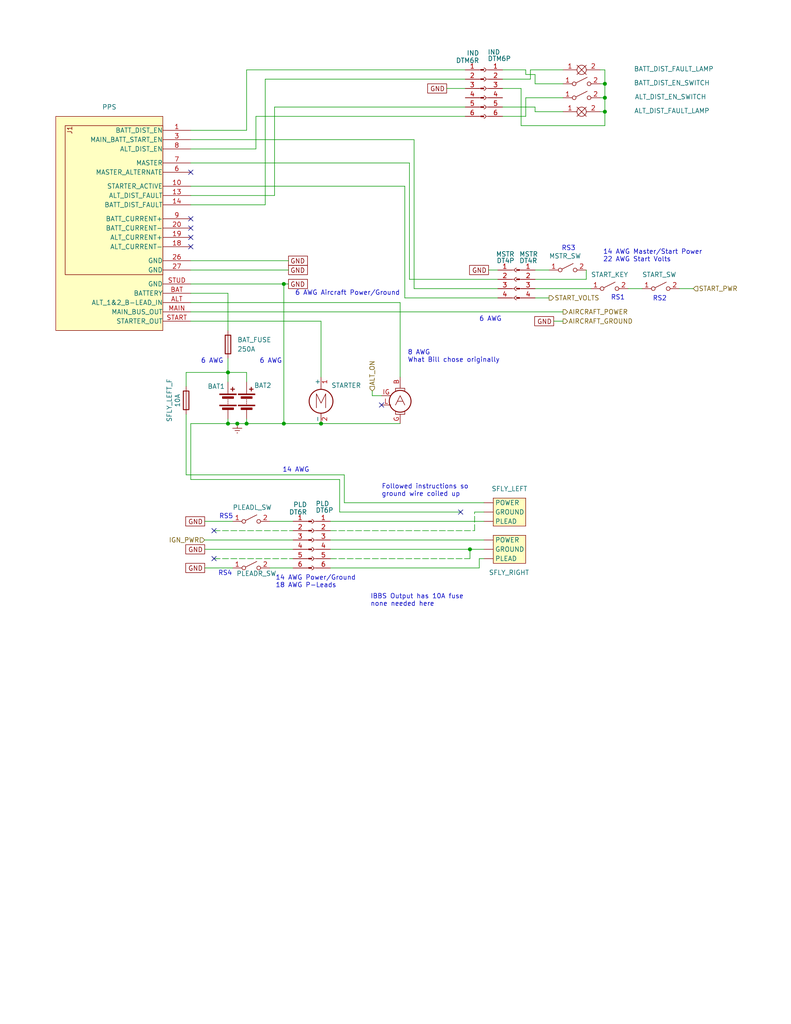
<source format=kicad_sch>
(kicad_sch (version 20250114) (generator "eeschema") (generator_version "9.0")
  (paper "A" portrait)
  (title_block (title "Lycoming") (date "2025-12-20") (rev "1.2.11") (company "N78HR"))
  (lib_symbols
    (symbol "Connector:Conn_01x04_Pin" (pin_names (offset 1.016) (hide yes))
      (property "Reference" "J" (at 0 5.08 0))
      (property "Value" "Conn_01x04_Pin" (at 0 -7.62 0))
      (symbol "Conn_01x04_Pin_1_1"
        (rectangle (start 0.8636 2.667) (end 0 2.413) (stroke (width 0.1524)) (fill (type outline)))
        (rectangle (start 0.8636 0.127) (end 0 -0.127) (stroke (width 0.1524)) (fill (type outline)))
        (rectangle (start 0.8636 -2.413) (end 0 -2.667) (stroke (width 0.1524)) (fill (type outline)))
        (rectangle (start 0.8636 -4.953) (end 0 -5.207) (stroke (width 0.1524)) (fill (type outline)))
        (polyline (pts (xy 1.27 2.54) (xy 0.8636 2.54)) (stroke (width 0.1524)))
        (polyline (pts (xy 1.27 0) (xy 0.8636 0)) (stroke (width 0.1524)))
        (polyline (pts (xy 1.27 -2.54) (xy 0.8636 -2.54)) (stroke (width 0.1524)))
        (polyline (pts (xy 1.27 -5.08) (xy 0.8636 -5.08)) (stroke (width 0.1524)))
        (pin passive line (at 5.08 2.54 180) (length 3.81) (name "Pin_1") (number "1"))
        (pin passive line (at 5.08 0 180) (length 3.81) (name "Pin_2") (number "2"))
        (pin passive line (at 5.08 -2.54 180) (length 3.81) (name "Pin_3") (number "3"))
        (pin passive line (at 5.08 -5.08 180) (length 3.81) (name "Pin_4") (number "4"))
      )
    )
    (symbol "Connector:Conn_01x04_Socket" (pin_names (offset 1.016) (hide yes))
      (property "Reference" "J" (at 0 5.08 0))
      (property "Value" "Conn_01x04_Socket" (at 0 -7.62 0))
      (symbol "Conn_01x04_Socket_1_1"
        (polyline (pts (xy -1.27 2.54) (xy -0.508 2.54)) (stroke (width 0.1524)))
        (polyline (pts (xy -1.27 0) (xy -0.508 0)) (stroke (width 0.1524)))
        (polyline (pts (xy -1.27 -2.54) (xy -0.508 -2.54)) (stroke (width 0.1524)))
        (polyline (pts (xy -1.27 -5.08) (xy -0.508 -5.08)) (stroke (width 0.1524)))
        (arc (start 0 2.032) (mid -0.5058 2.54) (end 0 3.048) (stroke (width 0.1524)))
        (arc (start 0 -0.508) (mid -0.5058 0) (end 0 0.508) (stroke (width 0.1524)))
        (arc (start 0 -3.048) (mid -0.5058 -2.54) (end 0 -2.032) (stroke (width 0.1524)))
        (arc (start 0 -5.588) (mid -0.5058 -5.08) (end 0 -4.572) (stroke (width 0.1524)))
        (pin passive line (at -5.08 2.54 0) (length 3.81) (name "Pin_1") (number "1"))
        (pin passive line (at -5.08 0 0) (length 3.81) (name "Pin_2") (number "2"))
        (pin passive line (at -5.08 -2.54 0) (length 3.81) (name "Pin_3") (number "3"))
        (pin passive line (at -5.08 -5.08 0) (length 3.81) (name "Pin_4") (number "4"))
      )
    )
    (symbol "Connector:Conn_01x06_Pin" (pin_names (offset 1.016) (hide yes))
      (property "Reference" "J" (at 0 7.62 0))
      (property "Value" "Conn_01x06_Pin" (at 0 -10.16 0))
      (symbol "Conn_01x06_Pin_1_1"
        (rectangle (start 0.8636 5.207) (end 0 4.953) (stroke (width 0.1524)) (fill (type outline)))
        (rectangle (start 0.8636 2.667) (end 0 2.413) (stroke (width 0.1524)) (fill (type outline)))
        (rectangle (start 0.8636 0.127) (end 0 -0.127) (stroke (width 0.1524)) (fill (type outline)))
        (rectangle (start 0.8636 -2.413) (end 0 -2.667) (stroke (width 0.1524)) (fill (type outline)))
        (rectangle (start 0.8636 -4.953) (end 0 -5.207) (stroke (width 0.1524)) (fill (type outline)))
        (rectangle (start 0.8636 -7.493) (end 0 -7.747) (stroke (width 0.1524)) (fill (type outline)))
        (polyline (pts (xy 1.27 5.08) (xy 0.8636 5.08)) (stroke (width 0.1524)))
        (polyline (pts (xy 1.27 2.54) (xy 0.8636 2.54)) (stroke (width 0.1524)))
        (polyline (pts (xy 1.27 0) (xy 0.8636 0)) (stroke (width 0.1524)))
        (polyline (pts (xy 1.27 -2.54) (xy 0.8636 -2.54)) (stroke (width 0.1524)))
        (polyline (pts (xy 1.27 -5.08) (xy 0.8636 -5.08)) (stroke (width 0.1524)))
        (polyline (pts (xy 1.27 -7.62) (xy 0.8636 -7.62)) (stroke (width 0.1524)))
        (pin passive line (at 5.08 5.08 180) (length 3.81) (name "Pin_1") (number "1"))
        (pin passive line (at 5.08 2.54 180) (length 3.81) (name "Pin_2") (number "2"))
        (pin passive line (at 5.08 0 180) (length 3.81) (name "Pin_3") (number "3"))
        (pin passive line (at 5.08 -2.54 180) (length 3.81) (name "Pin_4") (number "4"))
        (pin passive line (at 5.08 -5.08 180) (length 3.81) (name "Pin_5") (number "5"))
        (pin passive line (at 5.08 -7.62 180) (length 3.81) (name "Pin_6") (number "6"))
      )
    )
    (symbol "Connector:Conn_01x06_Socket" (pin_names (offset 1.016) (hide yes))
      (property "Reference" "J" (at 0 7.62 0))
      (property "Value" "Conn_01x06_Socket" (at 0 -10.16 0))
      (symbol "Conn_01x06_Socket_1_1"
        (polyline (pts (xy -1.27 5.08) (xy -0.508 5.08)) (stroke (width 0.1524)))
        (polyline (pts (xy -1.27 2.54) (xy -0.508 2.54)) (stroke (width 0.1524)))
        (polyline (pts (xy -1.27 0) (xy -0.508 0)) (stroke (width 0.1524)))
        (polyline (pts (xy -1.27 -2.54) (xy -0.508 -2.54)) (stroke (width 0.1524)))
        (polyline (pts (xy -1.27 -5.08) (xy -0.508 -5.08)) (stroke (width 0.1524)))
        (polyline (pts (xy -1.27 -7.62) (xy -0.508 -7.62)) (stroke (width 0.1524)))
        (arc (start 0 4.572) (mid -0.5058 5.08) (end 0 5.588) (stroke (width 0.1524)))
        (arc (start 0 2.032) (mid -0.5058 2.54) (end 0 3.048) (stroke (width 0.1524)))
        (arc (start 0 -0.508) (mid -0.5058 0) (end 0 0.508) (stroke (width 0.1524)))
        (arc (start 0 -3.048) (mid -0.5058 -2.54) (end 0 -2.032) (stroke (width 0.1524)))
        (arc (start 0 -5.588) (mid -0.5058 -5.08) (end 0 -4.572) (stroke (width 0.1524)))
        (arc (start 0 -8.128) (mid -0.5058 -7.62) (end 0 -7.112) (stroke (width 0.1524)))
        (pin passive line (at -5.08 5.08 0) (length 3.81) (name "Pin_1") (number "1"))
        (pin passive line (at -5.08 2.54 0) (length 3.81) (name "Pin_2") (number "2"))
        (pin passive line (at -5.08 0 0) (length 3.81) (name "Pin_3") (number "3"))
        (pin passive line (at -5.08 -2.54 0) (length 3.81) (name "Pin_4") (number "4"))
        (pin passive line (at -5.08 -5.08 0) (length 3.81) (name "Pin_5") (number "5"))
        (pin passive line (at -5.08 -7.62 0) (length 3.81) (name "Pin_6") (number "6"))
      )
    )
    (symbol "Device:Battery" (pin_numbers (hide yes)) (pin_names (offset 0) (hide yes))
      (property "Reference" "BT" (at 2.54 2.54 0))
      (property "Value" "Battery" (at 2.54 0 0))
      (symbol "Battery_0_1"
        (rectangle (start -2.286 1.778) (end 2.286 1.524) (fill (type outline)))
        (rectangle (start -2.286 -1.27) (end 2.286 -1.524) (fill (type outline)))
        (rectangle (start -1.524 1.016) (end 1.524 0.508) (fill (type outline)))
        (rectangle (start -1.524 -2.032) (end 1.524 -2.54) (fill (type outline)))
        (polyline (pts (xy 0 1.778) (xy 0 2.54)))
        (polyline (pts (xy 0 0) (xy 0 0.254)))
        (polyline (pts (xy 0 -0.508) (xy 0 -0.254)))
        (polyline (pts (xy 0 -1.016) (xy 0 -0.762)))
        (polyline (pts (xy 0.762 3.048) (xy 1.778 3.048)) (stroke (width 0.254)))
        (polyline (pts (xy 1.27 3.556) (xy 1.27 2.54)) (stroke (width 0.254)))
      )
      (symbol "Battery_1_1"
        (pin passive line (at 0 5.08 270) (length 2.54) (name "+") (number "1"))
        (pin passive line (at 0 -5.08 90) (length 2.54) (name "-") (number "2"))
      )
    )
    (symbol "Device:Fuse" (pin_numbers (hide yes)) (pin_names (offset 0))
      (property "Reference" "F" (at 2.032 0 90))
      (property "Value" "Fuse" (at -1.905 0 90))
      (symbol "Fuse_0_1"
        (rectangle (start -0.762 -2.54) (end 0.762 2.54) (stroke (width 0.254)))
        (polyline (pts (xy 0 2.54) (xy 0 -2.54)))
      )
      (symbol "Fuse_1_1"
        (pin passive line (at 0 3.81 270) (length 1.27) (name "~") (number "1"))
        (pin passive line (at 0 -3.81 90) (length 1.27) (name "~") (number "2"))
      )
    )
    (symbol "Motor:Motor_DC" (pin_names (offset 0))
      (property "Reference" "M" (at 2.54 2.54 0))
      (property "Value" "Motor_DC" (at 2.54 -5.08 0))
      (symbol "Motor_DC_0_0"
        (polyline (pts (xy -1.27 -3.302) (xy -1.27 0.508) (xy 0 -2.032) (xy 1.27 0.508) (xy 1.27 -3.302)))
      )
      (symbol "Motor_DC_0_1"
        (polyline (pts (xy 0 2.032) (xy 0 2.54)))
        (polyline (pts (xy 0 1.7272) (xy 0 2.0828)))
        (circle (center 0 -1.524) (radius 3.2512) (stroke (width 0.254)))
        (polyline (pts (xy 0 -4.7752) (xy 0 -5.1816)))
        (polyline (pts (xy 0 -7.62) (xy 0 -7.112)))
      )
      (symbol "Motor_DC_1_1"
        (pin passive line (at 0 5.08 270) (length 2.54) (name "+") (number "1"))
        (pin passive line (at 0 -7.62 90) (length 2.54) (name "-") (number "2"))
      )
    )
    (symbol "SureFly_SIM_1"
      (property "Reference" "SureFly_SIM" (at 5.588 1.27 0))
      (symbol "SureFly_SIM_1_1_1"
        (rectangle (start 0 0) (end 8.89 -7.62) (fill (type background)))
        (pin power_in line (at 11.43 -1.27 180) (length 2.54) (name "POWER") (number ""))
        (pin passive line (at 11.43 -3.81 180) (length 2.54) (name "GROUND") (number ""))
        (pin passive line (at 11.43 -6.35 180) (length 2.54) (name "PLEAD") (number ""))
      )
    )
    (symbol "Switch:SW_SPST" (pin_names (offset 0) (hide yes))
      (property "Reference" "SW" (at 0 3.175 0))
      (property "Value" "SW_SPST" (at 0 -2.54 0))
      (symbol "SW_SPST_0_0"
        (circle (center -2.032 0) (radius 0.508))
        (polyline (pts (xy -1.524 0.254) (xy 1.524 1.778)))
        (circle (center 2.032 0) (radius 0.508))
      )
      (symbol "SW_SPST_1_1"
        (pin passive line (at -5.08 0 0) (length 2.54) (name "A") (number "1"))
        (pin passive line (at 5.08 0 180) (length 2.54) (name "B") (number "2"))
      )
    )
    (symbol "flyerx:Alternator_Regulated" (pin_names (offset 0))
      (property "Reference" "A" (at 2.54 2.54 0))
      (property "Value" "Alternator_Regulated" (at 2.54 -5.08 0))
      (symbol "Alternator_Regulated_0_0"
        (polyline (pts (xy -1.27 1.27) (xy -1.27 2.032) (xy 1.27 2.032) (xy 1.27 1.27)))
        (polyline (pts (xy -1.27 -4.318) (xy -1.27 -5.08) (xy 1.27 -5.08) (xy 1.27 -4.318)))
        (circle (center 0 -1.524) (radius 2.9718) (stroke (width 0.254)))
      )
      (symbol "Alternator_Regulated_0_1"
        (polyline (pts (xy -1.27 -2.54) (xy 0 0) (xy 1.27 -2.54)))
        (polyline (pts (xy -0.762 -1.524) (xy 0.762 -1.524)))
        (polyline (pts (xy 0 2.032) (xy 0 2.54)))
      )
      (symbol "Alternator_Regulated_1_1"
        (pin power_in line (at -5.08 0 0) (length 2.54) (name "") (number "IG"))
        (pin power_out line (at -5.08 -2.54 0) (length 2.54) (name "") (number "L"))
        (pin power_out line (at 0 5.08 270) (length 2.54) (name "") (number "B"))
        (pin passive line (at 0 -7.62 90) (length 2.54) (name "") (number "G"))
      )
    )
    (symbol "flyerx:Bulb"
      (property "Reference" "B" (at 1.27 1.27 0))
      (symbol "Bulb_0_1"
        (polyline (pts (xy 0 0) (xy 2.54 -2.54)))
        (polyline (pts (xy 0 -2.54) (xy 2.54 0)))
        (circle (center 1.27 -1.27) (radius 1.27))
      )
      (symbol "Bulb_1_1"
        (pin passive line (at -3.81 -1.27 0) (length 3.81) (name "") (number "1"))
        (pin passive line (at 6.35 -1.27 180) (length 3.81) (name "") (number "2"))
      )
    )
    (symbol "flyerx:SureFly_SIM"
      (property "Reference" "SureFly_SIM" (at 5.588 1.27 0))
      (symbol "SureFly_SIM_1_1"
        (rectangle (start 0 0) (end 8.89 -7.62) (fill (type background)))
        (pin power_in line (at 11.43 -1.27 180) (length 2.54) (name "POWER") (number ""))
        (pin passive line (at 11.43 -3.81 180) (length 2.54) (name "GROUND") (number ""))
        (pin passive line (at 11.43 -6.35 180) (length 2.54) (name "PLEAD") (number ""))
      )
    )
    (symbol "flyerx:Vertical_Power_PPS" (pin_names (offset 0.002)) (in_bom no)
      (property "Reference" "PPS" (at 2.54 1.27 0))
      (symbol "Vertical_Power_PPS_1_1"
        (rectangle (start 0 0) (end 29.21 -58.42) (fill (type background)))
        (rectangle (start 2.54 -2.54) (end 29.21 -43.18) (fill (type background)))
        (text "J1" (at 3.81 -2.54 900) (effects (font (size 1.27 1.27)) (justify right)))
        (pin input line (at 36.83 -3.81 180) (length 7.62) (name "BATT_DIST_EN") (number "1"))
        (pin input line (at 36.83 -6.35 180) (length 7.62) (name "MAIN_BATT_START_EN") (number "3"))
        (pin input line (at 36.83 -8.89 180) (length 7.62) (name "ALT_DIST_EN") (number "8"))
        (pin input line (at 36.83 -12.7 180) (length 7.62) (name "MASTER") (number "7"))
        (pin input line (at 36.83 -15.24 180) (length 7.62) (name "MASTER_ALTERNATE") (number "6"))
        (pin output line (at 36.83 -19.05 180) (length 7.62) (name "STARTER_ACTIVE") (number "10"))
        (pin output line (at 36.83 -21.59 180) (length 7.62) (name "ALT_DIST_FAULT") (number "13"))
        (pin output line (at 36.83 -24.13 180) (length 7.62) (name "BATT_DIST_FAULT") (number "14"))
        (pin output line (at 36.83 -27.94 180) (length 7.62) (name "BATT_CURRENT+") (number "9"))
        (pin passive line (at 36.83 -30.48 180) (length 7.62) (name "BATT_CURRENT-") (number "20"))
        (pin output line (at 36.83 -33.02 180) (length 7.62) (name "ALT_CURRENT+") (number "19"))
        (pin passive line (at 36.83 -35.56 180) (length 7.62) (name "ALT_CURRENT-") (number "18"))
        (pin passive line (at 36.83 -39.37 180) (length 7.62) (name "GND") (number "26"))
        (pin passive line (at 36.83 -41.91 180) (length 7.62) (name "GND") (number "27"))
        (pin passive line (at 36.83 -45.72 180) (length 7.62) (name "GND") (number "STUD"))
        (pin power_in line (at 36.83 -48.26 180) (length 7.62) (name "BATTERY") (number "BAT"))
        (pin power_in line (at 36.83 -50.8 180) (length 7.62) (name "ALT_1&2_B-LEAD_IN") (number "ALT"))
        (pin power_out line (at 36.83 -53.34 180) (length 7.62) (name "MAIN_BUS_OUT") (number "MAIN"))
        (pin power_out line (at 36.83 -55.88 180) (length 7.62) (name "STARTER_OUT") (number "START"))
      )
    )
    (symbol "power:Earth" (power) (pin_names (offset 0))
      (symbol "Earth_0_1"
        (polyline (pts (xy -0.635 -1.905) (xy 0.635 -1.905)))
        (polyline (pts (xy -0.127 -2.54) (xy 0.127 -2.54)))
        (polyline (pts (xy 0 -1.27) (xy 0 0)))
        (polyline (pts (xy 1.27 -1.27) (xy -1.27 -1.27)))
      )
      (symbol "Earth_1_1"
        (pin power_in line (at 0 0 270) (length 0) (hide yes) (name "Earth") (number "1"))
      )
    )
  )
  (text "Followed instructions so\nground wire coiled up" (at 104.14 133.858 0) (effects (font (size 1.27 1.27)) (justify left)))
  (text "14 AWG Power/Ground\n18 AWG P-Leads" (at 75.184 158.75 0) (effects (font (size 1.27 1.27)) (justify left)))
  (text "6 AWG" (at 57.912 98.552 0) (effects (font (size 1.27 1.27))))
  (text "RS5" (at 61.722 140.97 0) (effects (font (size 1.27 1.27))))
  (text "IBBS Output has 10A fuse\nnone needed here" (at 101.092 163.83 0) (effects (font (size 1.27 1.27)) (justify left)))
  (text "6 AWG Aircraft Power/Ground" (at 80.518 80.01 0) (effects (font (size 1.27 1.27)) (justify left)))
  (text "6 AWG" (at 73.914 98.552 0) (effects (font (size 1.27 1.27))))
  (text "RS4" (at 61.468 156.464 0) (effects (font (size 1.27 1.27))))
  (text "8 AWG\nWhat Bill chose originally" (at 111.252 97.282 0) (effects (font (size 1.27 1.27)) (justify left)))
  (text "6 AWG" (at 133.858 87.122 0) (effects (font (size 1.27 1.27))))
  (text "14 AWG Master/Start Power\n22 AWG Start Volts" (at 164.592 69.85 0) (effects (font (size 1.27 1.27)) (justify left)))
  (text "RS2" (at 180.086 81.534 0) (effects (font (size 1.27 1.27))))
  (text "14 AWG" (at 80.772 128.27 0) (effects (font (size 1.27 1.27))))
  (text "RS3" (at 155.194 67.818 0) (effects (font (size 1.27 1.27))))
  (text "RS1" (at 168.656 81.28 0) (effects (font (size 1.27 1.27))))
  (junction (at 165.1 30.48))
  (junction (at 165.1 26.67))
  (junction (at 64.77 115.57))
  (junction (at 128.27 149.86))
  (junction (at 77.47 115.57))
  (junction (at 165.1 22.86))
  (junction (at 62.23 101.6))
  (junction (at 67.31 115.57))
  (junction (at 77.47 77.47))
  (junction (at 62.23 115.57))
  (junction (at 87.63 115.57))
  (no_connect (at 58.42 144.78))
  (no_connect (at 125.73 139.7))
  (no_connect (at 52.07 59.69))
  (no_connect (at 58.42 152.4))
  (no_connect (at 52.07 67.31))
  (no_connect (at 52.07 46.99))
  (no_connect (at 52.07 62.23))
  (no_connect (at 104.14 110.49))
  (no_connect (at 52.07 64.77))
  (wire (pts (xy 77.47 77.47) (xy 78.74 77.47)))
  (wire (pts (xy 143.51 26.67) (xy 153.67 26.67)))
  (wire (pts (xy 109.22 115.57) (xy 87.63 115.57)))
  (wire (pts (xy 144.78 21.59) (xy 144.78 19.05)))
  (wire (pts (xy 143.51 20.32) (xy 146.05 20.32)))
  (wire (pts (xy 144.78 19.05) (xy 153.67 19.05)))
  (wire (pts (xy 171.45 78.74) (xy 175.26 78.74)))
  (wire (pts (xy 146.05 20.32) (xy 146.05 22.86)))
  (wire (pts (xy 130.81 152.4) (xy 130.81 154.94)))
  (wire (pts (xy 67.31 19.05) (xy 127 19.05)))
  (wire (pts (xy 58.42 152.4) (xy 80.01 152.4)) (stroke (width 0) (type dash)))
  (wire (pts (xy 121.92 24.13) (xy 127 24.13)))
  (wire (pts (xy 67.31 35.56) (xy 67.31 19.05)))
  (wire (pts (xy 165.1 30.48) (xy 165.1 26.67)))
  (wire (pts (xy 55.88 154.94) (xy 63.5 154.94)))
  (wire (pts (xy 130.81 152.4) (xy 132.08 152.4)))
  (wire (pts (xy 72.39 55.88) (xy 72.39 21.59)))
  (wire (pts (xy 67.31 101.6) (xy 62.23 101.6)))
  (wire (pts (xy 137.16 24.13) (xy 142.24 24.13)))
  (wire (pts (xy 52.07 115.57) (xy 62.23 115.57)))
  (wire (pts (xy 69.85 31.75) (xy 127 31.75)))
  (wire (pts (xy 55.88 142.24) (xy 63.5 142.24)))
  (wire (pts (xy 52.07 80.01) (xy 62.23 80.01)))
  (wire (pts (xy 163.83 26.67) (xy 165.1 26.67)))
  (wire (pts (xy 74.93 29.21) (xy 127 29.21)))
  (wire (pts (xy 165.1 22.86) (xy 165.1 26.67)))
  (wire (pts (xy 90.17 144.78) (xy 129.54 144.78)) (stroke (width 0) (type dash)))
  (wire (pts (xy 64.77 115.57) (xy 67.31 115.57)))
  (wire (pts (xy 137.16 21.59) (xy 144.78 21.59)))
  (wire (pts (xy 160.02 73.66) (xy 160.02 76.2)))
  (wire (pts (xy 64.77 115.57) (xy 62.23 115.57)))
  (wire (pts (xy 143.51 31.75) (xy 143.51 26.67)))
  (wire (pts (xy 90.17 154.94) (xy 130.81 154.94)))
  (wire (pts (xy 67.31 104.14) (xy 67.31 101.6)))
  (wire (pts (xy 129.54 144.78) (xy 129.54 139.7)) (stroke (width 0) (type dash)))
  (wire (pts (xy 146.05 29.21) (xy 146.05 30.48)))
  (wire (pts (xy 52.07 35.56) (xy 67.31 35.56)))
  (wire (pts (xy 58.42 144.78) (xy 80.01 144.78)) (stroke (width 0) (type dash)))
  (wire (pts (xy 50.8 113.03) (xy 50.8 129.54)))
  (wire (pts (xy 132.08 139.7) (xy 129.54 139.7)))
  (wire (pts (xy 92.71 139.7) (xy 125.73 139.7)))
  (wire (pts (xy 146.05 22.86) (xy 153.67 22.86)))
  (wire (pts (xy 113.03 78.74) (xy 113.03 38.1)))
  (wire (pts (xy 73.66 154.94) (xy 80.01 154.94)))
  (wire (pts (xy 142.24 24.13) (xy 142.24 34.29)))
  (wire (pts (xy 55.88 147.32) (xy 80.01 147.32)))
  (wire (pts (xy 62.23 101.6) (xy 62.23 104.14)))
  (wire (pts (xy 111.76 44.45) (xy 52.07 44.45)))
  (wire (pts (xy 110.49 81.28) (xy 135.89 81.28)))
  (wire (pts (xy 50.8 129.54) (xy 93.98 129.54)))
  (wire (pts (xy 137.16 31.75) (xy 143.51 31.75)))
  (wire (pts (xy 90.17 142.24) (xy 132.08 142.24)))
  (wire (pts (xy 163.83 30.48) (xy 165.1 30.48)))
  (wire (pts (xy 163.83 22.86) (xy 165.1 22.86)))
  (wire (pts (xy 67.31 115.57) (xy 77.47 115.57)))
  (wire (pts (xy 77.47 77.47) (xy 77.47 115.57)))
  (wire (pts (xy 146.05 30.48) (xy 153.67 30.48)))
  (wire (pts (xy 62.23 80.01) (xy 62.23 90.17)))
  (wire (pts (xy 52.07 130.81) (xy 52.07 115.57)))
  (wire (pts (xy 52.07 73.66) (xy 78.74 73.66)))
  (wire (pts (xy 128.27 149.86) (xy 128.27 152.4)))
  (wire (pts (xy 146.05 81.28) (xy 149.86 81.28)))
  (wire (pts (xy 52.07 87.63) (xy 87.63 87.63)))
  (wire (pts (xy 185.42 78.74) (xy 189.23 78.74)))
  (wire (pts (xy 50.8 105.41) (xy 50.8 101.6)))
  (wire (pts (xy 133.35 73.66) (xy 135.89 73.66)))
  (wire (pts (xy 55.88 149.86) (xy 80.01 149.86)))
  (wire (pts (xy 72.39 21.59) (xy 127 21.59)))
  (wire (pts (xy 52.07 85.09) (xy 153.67 85.09)))
  (wire (pts (xy 50.8 101.6) (xy 62.23 101.6)))
  (wire (pts (xy 151.13 87.63) (xy 153.67 87.63)))
  (wire (pts (xy 143.51 19.05) (xy 143.51 20.32)))
  (wire (pts (xy 62.23 97.79) (xy 62.23 101.6)))
  (wire (pts (xy 67.31 114.3) (xy 67.31 115.57)))
  (wire (pts (xy 137.16 19.05) (xy 143.51 19.05)))
  (wire (pts (xy 110.49 50.8) (xy 110.49 81.28)))
  (wire (pts (xy 142.24 34.29) (xy 165.1 34.29)))
  (wire (pts (xy 87.63 102.87) (xy 87.63 87.63)))
  (wire (pts (xy 62.23 115.57) (xy 62.23 114.3)))
  (wire (pts (xy 101.6 107.95) (xy 104.14 107.95)))
  (wire (pts (xy 90.17 152.4) (xy 128.27 152.4)) (stroke (width 0) (type dash)))
  (wire (pts (xy 146.05 78.74) (xy 161.29 78.74)))
  (wire (pts (xy 73.66 142.24) (xy 80.01 142.24)))
  (wire (pts (xy 137.16 29.21) (xy 146.05 29.21)))
  (wire (pts (xy 113.03 38.1) (xy 52.07 38.1)))
  (wire (pts (xy 52.07 77.47) (xy 77.47 77.47)))
  (wire (pts (xy 92.71 130.81) (xy 52.07 130.81)))
  (wire (pts (xy 93.98 129.54) (xy 93.98 137.16)))
  (wire (pts (xy 111.76 76.2) (xy 135.89 76.2)))
  (wire (pts (xy 111.76 76.2) (xy 111.76 44.45)))
  (wire (pts (xy 165.1 34.29) (xy 165.1 30.48)))
  (wire (pts (xy 146.05 73.66) (xy 149.86 73.66)))
  (wire (pts (xy 77.47 115.57) (xy 87.63 115.57)))
  (wire (pts (xy 52.07 55.88) (xy 72.39 55.88)))
  (wire (pts (xy 52.07 53.34) (xy 74.93 53.34)))
  (wire (pts (xy 163.83 19.05) (xy 165.1 19.05)))
  (wire (pts (xy 52.07 40.64) (xy 69.85 40.64)))
  (wire (pts (xy 109.22 82.55) (xy 52.07 82.55)))
  (wire (pts (xy 128.27 149.86) (xy 132.08 149.86)))
  (wire (pts (xy 101.6 106.68) (xy 101.6 107.95)))
  (wire (pts (xy 90.17 149.86) (xy 128.27 149.86)))
  (wire (pts (xy 92.71 139.7) (xy 92.71 130.81)))
  (wire (pts (xy 74.93 53.34) (xy 74.93 29.21)))
  (wire (pts (xy 146.05 76.2) (xy 160.02 76.2)))
  (wire (pts (xy 52.07 50.8) (xy 110.49 50.8)))
  (wire (pts (xy 69.85 40.64) (xy 69.85 31.75)))
  (wire (pts (xy 52.07 71.12) (xy 78.74 71.12)))
  (wire (pts (xy 113.03 78.74) (xy 135.89 78.74)))
  (wire (pts (xy 90.17 147.32) (xy 132.08 147.32)))
  (wire (pts (xy 165.1 19.05) (xy 165.1 22.86)))
  (wire (pts (xy 109.22 102.87) (xy 109.22 82.55)))
  (wire (pts (xy 93.98 137.16) (xy 132.08 137.16)))
  (global_label "GND" (shape passive) (at 133.35 73.66 180) (property "Intersheetrefs" "${INTERSHEET_REFS}" (effects (hide yes))))
  (global_label "GND" (shape passive) (at 151.13 87.63 180) (property "Intersheetrefs" "${INTERSHEET_REFS}" (effects (hide yes))))
  (global_label "GND" (shape passive) (at 55.88 142.24 180) (property "Intersheetrefs" "${INTERSHEET_REFS}" (effects (hide yes))))
  (global_label "GND" (shape passive) (at 55.88 154.94 180) (property "Intersheetrefs" "${INTERSHEET_REFS}" (effects (hide yes))))
  (global_label "GND" (shape passive) (at 78.74 77.47 0) (property "Intersheetrefs" "${INTERSHEET_REFS}" (effects (hide yes))))
  (global_label "GND" (shape passive) (at 55.88 149.86 180) (property "Intersheetrefs" "${INTERSHEET_REFS}" (effects (hide yes))))
  (global_label "GND" (shape passive) (at 78.74 73.66 0) (property "Intersheetrefs" "${INTERSHEET_REFS}" (effects (hide yes))))
  (global_label "GND" (shape passive) (at 78.74 71.12 0) (property "Intersheetrefs" "${INTERSHEET_REFS}" (effects (hide yes))))
  (global_label "GND" (shape passive) (at 121.92 24.13 180) (property "Intersheetrefs" "${INTERSHEET_REFS}" (effects (hide yes))))
  (hierarchical_label "START_PWR" (shape input) (at 189.23 78.74 0))
  (hierarchical_label "START_VOLTS" (shape output) (at 149.86 81.28 0))
  (hierarchical_label "ALT_ON" (shape input) (at 101.6 106.68 90))
  (hierarchical_label "AIRCRAFT_POWER" (shape output) (at 153.67 85.09 0))
  (hierarchical_label "IGN_PWR" (shape input) (at 55.88 147.32 180))
  (hierarchical_label "AIRCRAFT_GROUND" (shape output) (at 153.67 87.63 0))
  (symbol (lib_id "Connector:Conn_01x04_Socket") (at 140.97 76.2 0) (unit 1)
    (property "Reference" "MSTR" (at 140.462 69.342 0) (effects (justify right)))
    (property "Value" "DT4P" (at 140.462 71.12 0) (effects (justify right)))
    (property "Description" "Generic connector, single row, 01x04, script generated" (effects (hide yes)))
  )
  (symbol (lib_id "Switch:SW_SPST") (at 166.37 78.74 0) (unit 1)
    (property "Reference" "START_KEY" (at 161.29 74.93 0) (effects (justify left)))
  )
  (symbol (lib_id "Device:Battery") (at 62.23 109.22 0) (unit 1)
    (property "Reference" "BAT1" (at 56.642 105.41 0) (effects (justify left)))
  )
  (symbol (lib_id "flyerx:Alternator_Regulated") (at 109.22 107.95 0) (unit 1)
    (property "Reference" "A1" (effects (hide yes)))
    (property "Value" "Alternator_Regulated" (effects (hide yes)))
    (property "Description" "3 Wire Alternator with Regulator" (effects (hide yes)))
  )
  (symbol (lib_id "flyerx:SureFly_SIM") (at 143.51 135.89 0) (mirror y) (unit 1)
    (property "Reference" "SFLY_LEFT" (at 139.065 133.35 0))
  )
  (symbol (lib_id "Connector:Conn_01x06_Pin") (at 85.09 147.32 0) (mirror y) (unit 1)
    (property "Reference" "PLD" (at 83.82 137.668 0) (effects (justify left)))
    (property "Value" "DT6R" (at 83.82 139.7 0) (effects (justify left)))
    (property "Description" "Generic connector, single row, 01x06, script generated" (effects (hide yes)))
  )
  (symbol (lib_id "Device:Fuse") (at 50.8 109.22 0) (mirror y) (unit 1)
    (property "Reference" "SFLY_LEFT_F" (at 46.228 109.22 90))
    (property "Value" "10A" (at 48.4504 109.2835 90))
    (property "Description" "Fuse" (effects (hide yes)))
  )
  (symbol (lib_id "Switch:SW_SPST") (at 158.75 22.86 0) (unit 1)
    (property "Reference" "BATT_DIST_EN_SWITCH" (at 172.974 22.606 0) (effects (justify left)))
  )
  (symbol (lib_id "Device:Fuse") (at 62.23 93.98 0) (unit 1)
    (property "Reference" "BAT_FUSE" (at 64.77 92.7099 0) (effects (justify left)))
    (property "Value" "250A" (at 64.77 95.2499 0) (effects (justify left)))
    (property "Description" "Fuse" (effects (hide yes)))
  )
  (symbol (lib_id "Connector:Conn_01x06_Socket") (at 85.09 147.32 0) (mirror y) (unit 1)
    (property "Reference" "PLD" (at 86.106 137.414 0) (effects (justify right)))
    (property "Value" "DT6P" (at 86.106 139.192 0) (effects (justify right)))
    (property "Description" "Generic connector, single row, 01x06, script generated" (effects (hide yes)))
  )
  (symbol (lib_id "Switch:SW_SPST") (at 68.58 142.24 0) (unit 1)
    (property "Reference" "PLEADL_SW" (at 63.5 138.43 0) (effects (justify left)))
  )
  (symbol (lib_id "Motor:Motor_DC") (at 87.63 107.95 0) (unit 1)
    (property "Reference" "STARTER" (at 90.424 105.156 0) (effects (justify left)))
    (property "Value" "Motor_DC" (effects (hide yes)))
    (property "Description" "DC Motor" (effects (hide yes)))
  )
  (symbol (lib_id "power:Earth") (at 64.77 115.57 0) (mirror y) (unit 1)
    (property "Reference" "#PWR02" (effects (hide yes)))
    (property "Value" "Earth" (effects (hide yes)))
  )
  (symbol (lib_id "Switch:SW_SPST") (at 154.94 73.66 0) (unit 1)
    (property "Reference" "MSTR_SW" (at 149.86 69.85 0) (effects (justify left)))
  )
  (symbol (lib_id "flyerx:Vertical_Power_PPS") (at 15.24 31.75 0) (unit 1) (in_bom no)
    (property "Reference" "PPS" (at 29.845 29.21 0))
  )
  (symbol (lib_id "Switch:SW_SPST") (at 158.75 26.67 0) (unit 1)
    (property "Reference" "ALT_DIST_EN_SWITCH" (at 173.228 26.416 0) (effects (justify left)))
  )
  (symbol (lib_id "Switch:SW_SPST") (at 180.34 78.74 0) (unit 1)
    (property "Reference" "START_SW" (at 175.26 74.93 0) (effects (justify left)))
  )
  (symbol (lib_id "Switch:SW_SPST") (at 68.58 154.94 0) (unit 1)
    (property "Reference" "PLEADR_SW" (at 64.516 156.464 0) (effects (justify left)))
  )
  (symbol (lib_id "flyerx:Bulb") (at 157.48 29.21 0) (unit 1)
    (property "Reference" "ALT_DIST_FAULT_LAMP" (at 183.388 30.226 0))
  )
  (symbol (lib_id "flyerx:Bulb") (at 157.48 17.78 0) (unit 1)
    (property "Reference" "BATT_DIST_FAULT_LAMP" (at 183.896 18.796 0))
  )
  (symbol (lib_name "SureFly_SIM_1") (lib_id "flyerx:SureFly_SIM") (at 143.51 146.05 0) (mirror y) (unit 1)
    (property "Reference" "SFLY_RIGHT" (at 138.938 156.21 0))
  )
  (symbol (lib_id "Connector:Conn_01x06_Pin") (at 132.08 24.13 0) (mirror y) (unit 1)
    (property "Reference" "IND" (at 130.81 14.478 0) (effects (justify left)))
    (property "Value" "DTM6R" (at 130.81 16.51 0) (effects (justify left)))
    (property "Description" "Generic connector, single row, 01x06, script generated" (effects (hide yes)))
  )
  (symbol (lib_id "Connector:Conn_01x04_Pin") (at 140.97 76.2 0) (unit 1)
    (property "Reference" "MSTR" (at 141.732 69.342 0) (effects (justify left)))
    (property "Value" "DT4R" (at 141.732 71.12 0) (effects (justify left)))
    (property "Description" "Generic connector, single row, 01x04, script generated" (effects (hide yes)))
  )
  (symbol (lib_id "Connector:Conn_01x06_Socket") (at 132.08 24.13 0) (mirror y) (unit 1)
    (property "Reference" "IND" (at 133.096 14.224 0) (effects (justify right)))
    (property "Value" "DTM6P" (at 133.096 16.002 0) (effects (justify right)))
    (property "Description" "Generic connector, single row, 01x06, script generated" (effects (hide yes)))
  )
  (symbol (lib_id "Device:Battery") (at 67.31 109.22 0) (unit 1)
    (property "Reference" "BAT2" (at 69.342 105.156 0) (effects (justify left)))
  )
)
</source>
